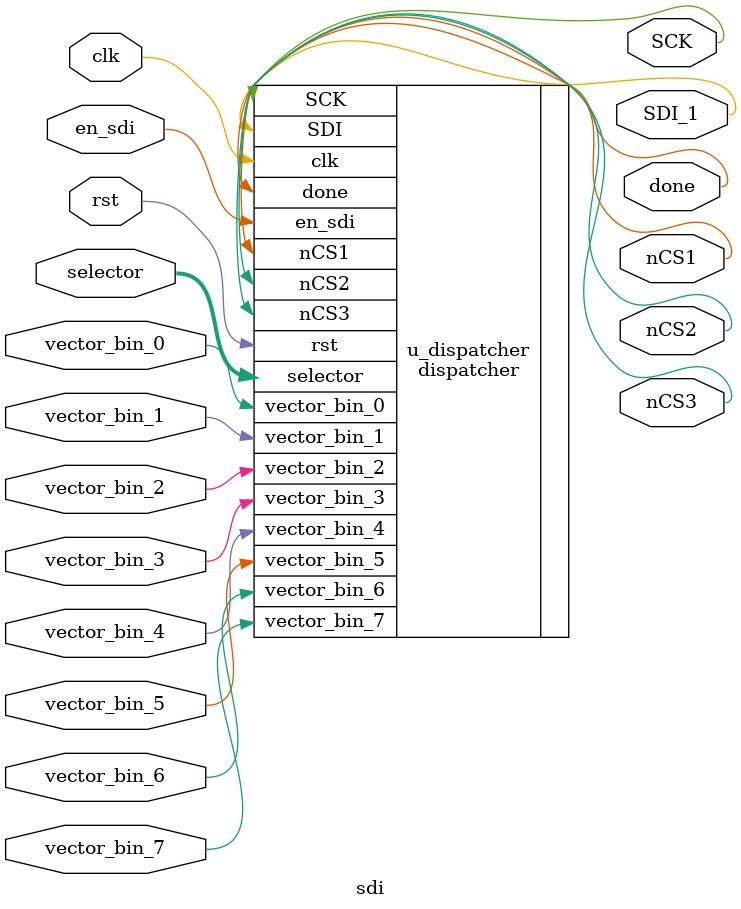
<source format=v>



`timescale 1 ns / 1 ns

module sdi
          (clk,
           rst,
           en_sdi,
           selector,
           vector_bin_0,
           vector_bin_1,
           vector_bin_2,
           vector_bin_3,
           vector_bin_4,
           vector_bin_5,
           vector_bin_6,
           vector_bin_7,
           done,
           SDI_1,
           SCK,
           nCS1,
           nCS2,
           nCS3);


  input   clk;
  input   rst;
  input   en_sdi;
  input   [7:0] selector;  // uint8
  input   vector_bin_0;  // boolean
  input   vector_bin_1;  // boolean
  input   vector_bin_2;  // boolean
  input   vector_bin_3;  // boolean
  input   vector_bin_4;  // boolean
  input   vector_bin_5;  // boolean
  input   vector_bin_6;  // boolean
  input   vector_bin_7;  // boolean
  output  done;
  output  SDI_1;
  output  SCK;
  output  nCS1;
  output  nCS2;
  output  nCS3;




  dispatcher u_dispatcher (.clk(clk),
                           .rst(rst),
                           .selector(selector),  // uint8
                           .vector_bin_0(vector_bin_0),  // boolean
                           .vector_bin_1(vector_bin_1),  // boolean
                           .vector_bin_2(vector_bin_2),  // boolean
                           .vector_bin_3(vector_bin_3),  // boolean
                           .vector_bin_4(vector_bin_4),  // boolean
                           .vector_bin_5(vector_bin_5),  // boolean
                           .vector_bin_6(vector_bin_6),  // boolean
                           .vector_bin_7(vector_bin_7),  // boolean
                           .en_sdi(en_sdi),
                           .done(done),
                           .SDI(SDI_1),
                           .SCK(SCK),
                           .nCS1(nCS1),
                           .nCS2(nCS2),
                           .nCS3(nCS3)
                           );
endmodule  // sdi


</source>
